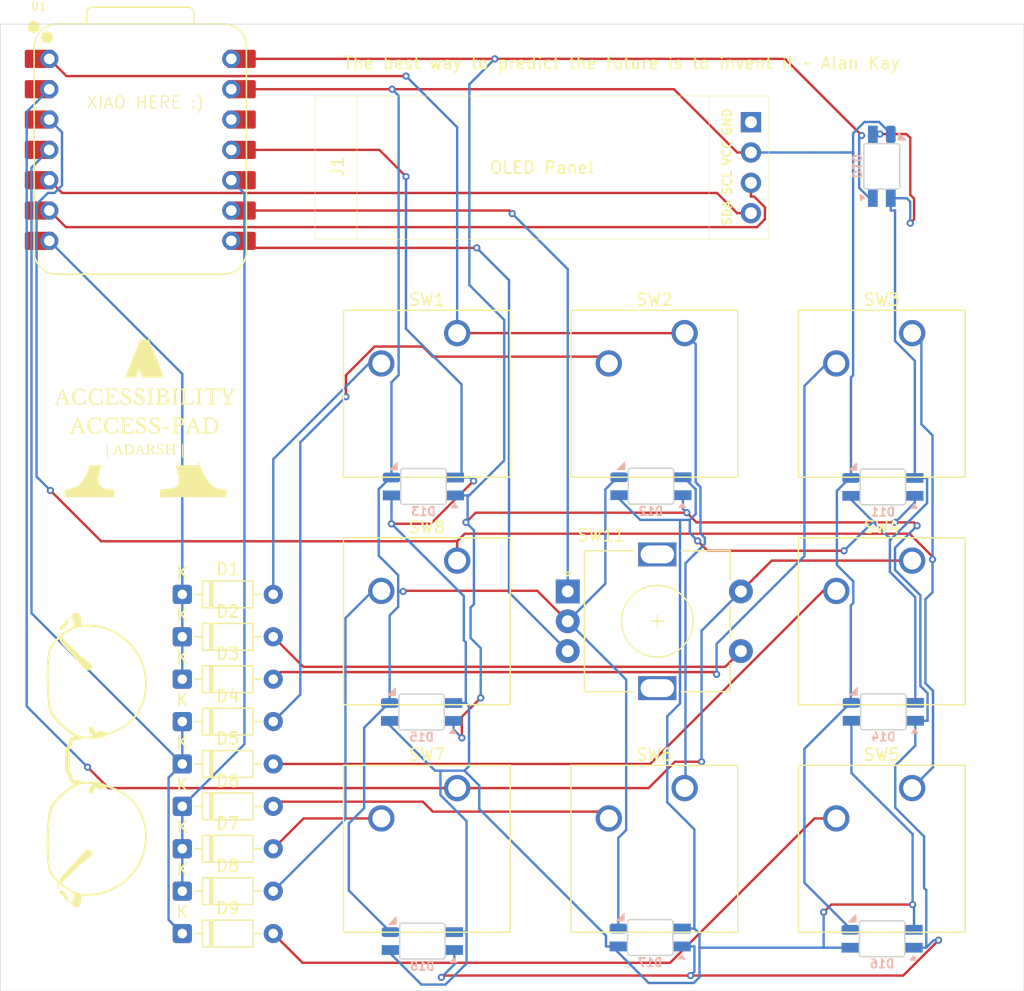
<source format=kicad_pcb>
(kicad_pcb (version 20241229) (generator "pcbnew") (generator_version "9.0")
  (layers (0 "F.Cu" signal) (2 "B.Cu" signal) (13 "F.Paste" user) (15 "B.Paste" user) (5 "F.SilkS" user "F.Silkscreen") (7 "B.SilkS" user "B.Silkscreen") (1 "F.Mask" user) (3 "B.Mask" user) (25 "Edge.Cuts" user))
  (net 0 "")
  (net 1 "+5V")
  (net 2 "GND")
  (net 3 "Net-(D1-A)")
  (net 4 "Row 1")
  (net 5 "EC11SWB")
  (net 6 "Net-(D3-A)")
  (net 7 "Net-(D4-A)")
  (net 8 "unconnected-(U1-3V3-Pad12)")
  (net 9 "Row 0")
  (net 10 "Net-(D5-A)")
  (net 11 "Net-(D6-A)")
  (net 12 "Row 2")
  (net 13 "Net-(D7-A)")
  (net 14 "Net-(D8-A)")
  (net 15 "Net-(D9-A)")
  (net 16 "WS2812B")
  (net 17 "SDA")
  (net 18 "VCC")
  (net 19 "SCL")
  (net 20 "Col 0")
  (net 21 "Col 2")
  (net 22 "Col 1")
  (net 23 "EC11A")
  (net 24 "EC11B")
  (footprint "Diode_THT:D_DO-35_SOD27_P7.62mm_Horizontal" (layer "F.Cu") (at 72.39 108.325)
    (property "Reference" "D8")
    (property "Value" "1N4148WT")
  )
  (footprint "Button_Switch_Keyboard:SW_Cherry_MX_1.00u_PCB" (layer "F.Cu") (at 114.4588 61.595)
    (property "Reference" "SW2")
    (property "Value" "SW_Push_45deg")
  )
  (footprint "Diode_THT:D_DO-35_SOD27_P7.62mm_Horizontal" (layer "F.Cu") (at 72.39 83.475)
    (property "Reference" "D1")
    (property "Value" "1N4148WT")
  )
  (footprint "Rotary_Encoder:glasses" (layer "F.Cu") (at 64.762561 97.360783 90)
    (property "Reference" "G***" (hide yes))
    (property "Value" "LOGO" (hide yes))
  )
  (footprint "Diode_THT:D_DO-35_SOD27_P7.62mm_Horizontal" (layer "F.Cu") (at 72.39 97.675)
    (property "Reference" "D5")
    (property "Value" "1N4148WT")
  )
  (footprint "Diode_THT:D_DO-35_SOD27_P7.62mm_Horizontal" (layer "F.Cu") (at 72.39 90.575)
    (property "Reference" "D3")
    (property "Value" "1N4148WT")
  )
  (footprint "Diode_THT:D_DO-35_SOD27_P7.62mm_Horizontal" (layer "F.Cu") (at 72.39 101.225)
    (property "Reference" "D6")
    (property "Value" "1N4148WT")
  )
  (footprint "Button_Switch_Keyboard:SW_Cherry_MX_1.00u_PCB" (layer "F.Cu") (at 133.5088 61.595)
    (property "Reference" "SW3")
    (property "Value" "SW_Push_45deg")
  )
  (footprint "Button_Switch_Keyboard:SW_Cherry_MX_1.00u_PCB" (layer "F.Cu") (at 95.4088 99.695)
    (property "Reference" "SW7")
    (property "Value" "SW_Push_45deg")
  )
  (footprint "Button_Switch_Keyboard:SW_Cherry_MX_1.00u_PCB" (layer "F.Cu") (at 133.5088 80.645)
    (property "Reference" "SW4")
    (property "Value" "SW_Push_45deg")
  )
  (footprint "Diode_THT:D_DO-35_SOD27_P7.62mm_Horizontal" (layer "F.Cu") (at 72.39 111.875)
    (property "Reference" "D9")
    (property "Value" "1N4148WT")
  )
  (footprint "Diode_THT:D_DO-35_SOD27_P7.62mm_Horizontal" (layer "F.Cu") (at 72.39 87.025)
    (property "Reference" "D2")
    (property "Value" "1N4148WT")
  )
  (footprint "Diode_THT:D_DO-35_SOD27_P7.62mm_Horizontal" (layer "F.Cu") (at 72.39 94.125)
    (property "Reference" "D4")
    (property "Value" "1N4148WT")
  )
  (footprint "Library:SSD1306-0.91-OLED-4pin-128x32" (layer "F.Cu") (at 83.5088 41.74)
    (property "Reference" "J1")
    (property "Value" "OLED_DISPLAY")
  )
  (footprint "OPL:XIAO-RP2040-DIP" (layer "F.Cu") (at 68.8728 46.2495)
    (property "Reference" "U1")
    (property "Value" "XIAO-RP2040-DIP")
  )
  (footprint "Button_Switch_Keyboard:SW_Cherry_MX_1.00u_PCB" (layer "F.Cu") (at 95.4088 61.595)
    (property "Reference" "SW1")
    (property "Value" "SW_Push_45deg")
  )
  (footprint "Rotary_Encoder:betterlogo" (layer "F.Cu") (at 69.05625 66.675)
    (property "Reference" "G***" (hide yes))
    (property "Value" "LOGO" (hide yes))
  )
  (footprint "Button_Switch_Keyboard:SW_Cherry_MX_1.00u_PCB" (layer "F.Cu") (at 114.4588 99.695)
    (property "Reference" "SW6")
    (property "Value" "SW_Push_45deg")
  )
  (footprint "Rotary_Encoder:RotaryEncoder_Alps_EC11E-Switch_Vertical_H20mm" (layer "F.Cu") (at 104.6688 83.225)
    (property "Reference" "SW11")
    (property "Value" "RotaryEncoder_Switch")
  )
  (footprint "Diode_THT:D_DO-35_SOD27_P7.62mm_Horizontal" (layer "F.Cu") (at 72.39 104.775)
    (property "Reference" "D7")
    (property "Value" "1N4148WT")
  )
  (footprint "Button_Switch_Keyboard:SW_Cherry_MX_1.00u_PCB" (layer "F.Cu") (at 95.4088 80.645)
    (property "Reference" "SW8")
    (property "Value" "SW_Push_45deg")
  )
  (footprint "Button_Switch_Keyboard:SW_Cherry_MX_1.00u_PCB" (layer "F.Cu") (at 133.5088 99.695)
    (property "Reference" "SW5")
    (property "Value" "SW_Push_45deg")
  )
  (footprint "Rotary_Encoder:SK6812-MINI-E" (layer "B.Cu") (at 111.6362 74.4151 180)
    (property "Reference" "D12")
    (property "Value" "WS2812B" (hide yes))
    (fp_line (start 1.9 1.3) (end 1.9 -1.3) (stroke (width 0.12)) (layer "Edge.Cuts"))
    (fp_line (start 1.7 -1.5) (end -1.7 -1.5) (stroke (width 0.12)) (layer "Edge.Cuts"))
    (fp_line (start -1.7 1.5) (end 1.7 1.5) (stroke (width 0.12)) (layer "Edge.Cuts"))
    (fp_line (start -1.9 -1.3) (end -1.9 1.3) (stroke (width 0.12)) (layer "Edge.Cuts"))
    (fp_arc (start 1.9 1.3) (mid 1.841421 1.441421) (end 1.7 1.5) (stroke (width 0.12)) (layer "Edge.Cuts"))
    (fp_arc (start 1.7 -1.5) (mid 1.841421 -1.441421) (end 1.9 -1.3) (stroke (width 0.12)) (layer "Edge.Cuts"))
    (fp_arc (start -1.7 1.5) (mid -1.841421 1.441421) (end -1.9 1.3) (stroke (width 0.12)) (layer "Edge.Cuts"))
    (fp_arc (start -1.9 -1.3) (mid -1.841421 -1.441421) (end -1.7 -1.5) (stroke (width 0.12)) (layer "Edge.Cuts"))
  )
  (footprint "Rotary_Encoder:SK6812-MINI-E" (layer "B.Cu") (at 130.9688 47.625 90)
    (property "Reference" "D10")
    (property "Value" "WS2812B" (hide yes))
    (fp_line (start 1.7 -1.5) (end -1.7 -1.5) (stroke (width 0.12)) (layer "Edge.Cuts"))
    (fp_line (start -1.9 -1.3) (end -1.9 1.3) (stroke (width 0.12)) (layer "Edge.Cuts"))
    (fp_line (start 1.9 1.3) (end 1.9 -1.3) (stroke (width 0.12)) (layer "Edge.Cuts"))
    (fp_line (start -1.7 1.5) (end 1.7 1.5) (stroke (width 0.12)) (layer "Edge.Cuts"))
    (fp_arc (start 1.7 -1.5) (mid 1.841421 -1.441421) (end 1.9 -1.3) (stroke (width 0.12)) (layer "Edge.Cuts"))
    (fp_arc (start -1.9 -1.3) (mid -1.841421 -1.441421) (end -1.7 -1.5) (stroke (width 0.12)) (layer "Edge.Cuts"))
    (fp_arc (start 1.9 1.3) (mid 1.841421 1.441421) (end 1.7 1.5) (stroke (width 0.12)) (layer "Edge.Cuts"))
    (fp_arc (start -1.7 1.5) (mid -1.841421 1.441421) (end -1.9 1.3) (stroke (width 0.12)) (layer "Edge.Cuts"))
  )
  (footprint "Rotary_Encoder:SK6812-MINI-E" (layer "B.Cu") (at 131.0979 93.3077 180)
    (property "Reference" "D14")
    (property "Value" "WS2812B" (hide yes))
    (fp_line (start 1.9 1.3) (end 1.9 -1.3) (stroke (width 0.12)) (layer "Edge.Cuts"))
    (fp_line (start 1.7 -1.5) (end -1.7 -1.5) (stroke (width 0.12)) (layer "Edge.Cuts"))
    (fp_line (start -1.7 1.5) (end 1.7 1.5) (stroke (width 0.12)) (layer "Edge.Cuts"))
    (fp_line (start -1.9 -1.3) (end -1.9 1.3) (stroke (width 0.12)) (layer "Edge.Cuts"))
    (fp_arc (start 1.9 1.3) (mid 1.841421 1.441421) (end 1.7 1.5) (stroke (width 0.12)) (layer "Edge.Cuts"))
    (fp_arc (start 1.7 -1.5) (mid 1.841421 -1.441421) (end 1.9 -1.3) (stroke (width 0.12)) (layer "Edge.Cuts"))
    (fp_arc (start -1.7 1.5) (mid -1.841421 1.441421) (end -1.9 1.3) (stroke (width 0.12)) (layer "Edge.Cuts"))
    (fp_arc (start -1.9 -1.3) (mid -1.841421 -1.441421) (end -1.7 -1.5) (stroke (width 0.12)) (layer "Edge.Cuts"))
  )
  (footprint "Rotary_Encoder:SK6812-MINI-E" (layer "B.Cu") (at 92.4298 93.3209 180)
    (property "Reference" "D15")
    (property "Value" "WS2812B" (hide yes))
    (fp_line (start 1.9 1.3) (end 1.9 -1.3) (stroke (width 0.12)) (layer "Edge.Cuts"))
    (fp_line (start 1.7 -1.5) (end -1.7 -1.5) (stroke (width 0.12)) (layer "Edge.Cuts"))
    (fp_line (start -1.7 1.5) (end 1.7 1.5) (stroke (width 0.12)) (layer "Edge.Cuts"))
    (fp_line (start -1.9 -1.3) (end -1.9 1.3) (stroke (width 0.12)) (layer "Edge.Cuts"))
    (fp_arc (start 1.9 1.3) (mid 1.841421 1.441421) (end 1.7 1.5) (stroke (width 0.12)) (layer "Edge.Cuts"))
    (fp_arc (start 1.7 -1.5) (mid 1.841421 -1.441421) (end 1.9 -1.3) (stroke (width 0.12)) (layer "Edge.Cuts"))
    (fp_arc (start -1.7 1.5) (mid -1.841421 1.441421) (end -1.9 1.3) (stroke (width 0.12)) (layer "Edge.Cuts"))
    (fp_arc (start -1.9 -1.3) (mid -1.841421 -1.441421) (end -1.7 -1.5) (stroke (width 0.12)) (layer "Edge.Cuts"))
  )
  (footprint "Rotary_Encoder:SK6812-MINI-E" (layer "B.Cu") (at 92.584 74.4374 180)
    (property "Reference" "D13")
    (property "Value" "WS2812B" (hide yes))
    (fp_line (start 1.9 1.3) (end 1.9 -1.3) (stroke (width 0.12)) (layer "Edge.Cuts"))
    (fp_line (start 1.7 -1.5) (end -1.7 -1.5) (stroke (width 0.12)) (layer "Edge.Cuts"))
    (fp_line (start -1.7 1.5) (end 1.7 1.5) (stroke (width 0.12)) (layer "Edge.Cuts"))
    (fp_line (start -1.9 -1.3) (end -1.9 1.3) (stroke (width 0.12)) (layer "Edge.Cuts"))
    (fp_arc (start 1.9 1.3) (mid 1.841421 1.441421) (end 1.7 1.5) (stroke (width 0.12)) (layer "Edge.Cuts"))
    (fp_arc (start 1.7 -1.5) (mid 1.841421 -1.441421) (end 1.9 -1.3) (stroke (width 0.12)) (layer "Edge.Cuts"))
    (fp_arc (start -1.7 1.5) (mid -1.841421 1.441421) (end -1.9 1.3) (stroke (width 0.12)) (layer "Edge.Cuts"))
    (fp_arc (start -1.9 -1.3) (mid -1.841421 -1.441421) (end -1.7 -1.5) (stroke (width 0.12)) (layer "Edge.Cuts"))
  )
  (footprint "Rotary_Encoder:SK6812-MINI-E" (layer "B.Cu") (at 111.5753 112.2064 180)
    (property "Reference" "D17")
    (property "Value" "WS2812B" (hide yes))
    (fp_line (start 1.9 1.3) (end 1.9 -1.3) (stroke (width 0.12)) (layer "Edge.Cuts"))
    (fp_line (start 1.7 -1.5) (end -1.7 -1.5) (stroke (width 0.12)) (layer "Edge.Cuts"))
    (fp_line (start -1.7 1.5) (end 1.7 1.5) (stroke (width 0.12)) (layer "Edge.Cuts"))
    (fp_line (start -1.9 -1.3) (end -1.9 1.3) (stroke (width 0.12)) (layer "Edge.Cuts"))
    (fp_arc (start 1.9 1.3) (mid 1.841421 1.441421) (end 1.7 1.5) (stroke (width 0.12)) (layer "Edge.Cuts"))
    (fp_arc (start 1.7 -1.5) (mid 1.841421 -1.441421) (end 1.9 -1.3) (stroke (width 0.12)) (layer "Edge.Cuts"))
    (fp_arc (start -1.7 1.5) (mid -1.841421 1.441421) (end -1.9 1.3) (stroke (width 0.12)) (layer "Edge.Cuts"))
    (fp_arc (start -1.9 -1.3) (mid -1.841421 -1.441421) (end -1.7 -1.5) (stroke (width 0.12)) (layer "Edge.Cuts"))
  )
  (footprint "Rotary_Encoder:SK6812-MINI-E" (layer "B.Cu") (at 130.9903 112.3105 180)
    (property "Reference" "D16")
    (property "Value" "WS2812B" (hide yes))
    (fp_line (start 1.9 1.3) (end 1.9 -1.3) (stroke (width 0.12)) (layer "Edge.Cuts"))
    (fp_line (start 1.7 -1.5) (end -1.7 -1.5) (stroke (width 0.12)) (layer "Edge.Cuts"))
    (fp_line (start -1.7 1.5) (end 1.7 1.5) (stroke (width 0.12)) (layer "Edge.Cuts"))
    (fp_line (start -1.9 -1.3) (end -1.9 1.3) (stroke (width 0.12)) (layer "Edge.Cuts"))
    (fp_arc (start 1.9 1.3) (mid 1.841421 1.441421) (end 1.7 1.5) (stroke (width 0.12)) (layer "Edge.Cuts"))
    (fp_arc (start 1.7 -1.5) (mid 1.841421 -1.441421) (end 1.9 -1.3) (stroke (width 0.12)) (layer "Edge.Cuts"))
    (fp_arc (start -1.7 1.5) (mid -1.841421 1.441421) (end -1.9 1.3) (stroke (width 0.12)) (layer "Edge.Cuts"))
    (fp_arc (start -1.9 -1.3) (mid -1.841421 -1.441421) (end -1.7 -1.5) (stroke (width 0.12)) (layer "Edge.Cuts"))
  )
  (footprint "Rotary_Encoder:SK6812-MINI-E" (layer "B.Cu") (at 92.4943 112.5043 180)
    (property "Reference" "D18")
    (property "Value" "WS2812B" (hide yes))
    (fp_line (start 1.9 1.3) (end 1.9 -1.3) (stroke (width 0.12)) (layer "Edge.Cuts"))
    (fp_line (start 1.7 -1.5) (end -1.7 -1.5) (stroke (width 0.12)) (layer "Edge.Cuts"))
    (fp_line (start -1.7 1.5) (end 1.7 1.5) (stroke (width 0.12)) (layer "Edge.Cuts"))
    (fp_line (start -1.9 -1.3) (end -1.9 1.3) (stroke (width 0.12)) (layer "Edge.Cuts"))
    (fp_arc (start 1.9 1.3) (mid 1.841421 1.441421) (end 1.7 1.5) (stroke (width 0.12)) (layer "Edge.Cuts"))
    (fp_arc (start 1.7 -1.5) (mid 1.841421 -1.441421) (end 1.9 -1.3) (stroke (width 0.12)) (layer "Edge.Cuts"))
    (fp_arc (start -1.7 1.5) (mid -1.841421 1.441421) (end -1.9 1.3) (stroke (width 0.12)) (layer "Edge.Cuts"))
    (fp_arc (start -1.9 -1.3) (mid -1.841421 -1.441421) (end -1.7 -1.5) (stroke (width 0.12)) (layer "Edge.Cuts"))
  )
  (footprint "Rotary_Encoder:SK6812-MINI-E" (layer "B.Cu") (at 131.0591 74.4739 180)
    (property "Reference" "D11")
    (property "Value" "WS2812B" (hide yes))
    (fp_line (start 1.9 1.3) (end 1.9 -1.3) (stroke (width 0.12)) (layer "Edge.Cuts"))
    (fp_line (start 1.7 -1.5) (end -1.7 -1.5) (stroke (width 0.12)) (layer "Edge.Cuts"))
    (fp_line (start -1.7 1.5) (end 1.7 1.5) (stroke (width 0.12)) (layer "Edge.Cuts"))
    (fp_line (start -1.9 -1.3) (end -1.9 1.3) (stroke (width 0.12)) (layer "Edge.Cuts"))
    (fp_arc (start 1.9 1.3) (mid 1.841421 1.441421) (end 1.7 1.5) (stroke (width 0.12)) (layer "Edge.Cuts"))
    (fp_arc (start 1.7 -1.5) (mid 1.841421 -1.441421) (end 1.9 -1.3) (stroke (width 0.12)) (layer "Edge.Cuts"))
    (fp_arc (start -1.7 1.5) (mid -1.841421 1.441421) (end -1.9 1.3) (stroke (width 0.12)) (layer "Edge.Cuts"))
    (fp_arc (start -1.9 -1.3) (mid -1.841421 -1.441421) (end -1.7 -1.5) (stroke (width 0.12)) (layer "Edge.Cuts"))
  )
  (gr_rect (start 57.15 35.71875) (end 142.875 116.68125) (stroke (width 0.05)) (fill no) (layer "Edge.Cuts"))
  (gr_text "The best way to predict the future is to invent it ~ Alan Kay" (at 85.798527 39.569173 0) (layer "F.SilkS") (effects (font (size 1 1)) (justify left bottom)))
  (gr_text "XIAO HERE :)" (at 64.29375 42.8625 0) (layer "F.SilkS") (effects (font (size 1 1) (thickness 0.1)) (justify left bottom)))
  (segment (start 129.2641 45.0225) (end 129.2625 45.0225) (width 0.2) (layer "F.Cu") (net 1))
  (segment (start 114.9495 115.3938) (end 94.2415 115.3938) (width 0.2) (layer "F.Cu") (net 1))
  (segment (start 129.2657 45.0241) (end 129.2657 45.0257) (width 0.2) (layer "F.Cu") (net 1))
  (segment (start 129.2689 45.0337) (end 129.2689 45.0353) (width 0.2) (layer "F.Cu") (net 1))
  (segment (start 129.2721 45.0481) (end 129.2721 45.0465) (width 0.2) (layer "F.Cu") (net 1))
  (segment (start 129.2673 45.0321) (end 129.2673 45.0337) (width 0.2) (layer "F.Cu") (net 1))
  (segment (start 94.2415 115.3938) (end 94.089 115.5463) (width 0.2) (layer "F.Cu") (net 1))
  (segment (start 129.2705 45.0353) (end 129.2705 45.0369) (width 0.2) (layer "F.Cu") (net 1))
  (segment (start 129.2657 45.0257) (end 129.2657 45.0273) (width 0.2) (layer "F.Cu") (net 1))
  (segment (start 129.2657 45.0241) (end 129.2657 45.0257) (width 0.2) (layer "F.Cu") (net 1))
  (segment (start 129.2737 45.0465) (end 129.2721 45.0465) (width 0.2) (layer "F.Cu") (net 1))
  (segment (start 129.2689 45.0353) (end 129.2705 45.0353) (width 0.2) (layer "F.Cu") (net 1))
  (segment (start 115.4499 77.4458) (end 132.0784 77.4458) (width 0.2) (layer "F.Cu") (net 1))
  (segment (start 129.2721 45.0481) (end 129.2721 45.0497) (width 0.2) (layer "F.Cu") (net 1))
  (segment (start 129.2657 45.0289) (end 129.2673 45.0289) (width 0.2) (layer "F.Cu") (net 1))
  (segment (start 129.2641 45.0241) (end 129.2641 45.0257) (width 0.2) (layer "F.Cu") (net 1))
  (segment (start 129.2705 45.0353) (end 129.2721 45.0353) (width 0.2) (layer "F.Cu") (net 1))
  (segment (start 129.2705 45.0385) (end 129.2721 45.0385) (width 0.2) (layer "F.Cu") (net 1))
  (segment (start 129.2689 45.0353) (end 129.2689 45.0337) (width 0.2) (layer "F.Cu") (net 1))
  (segment (start 129.2625 45.0225) (end 122.8695 38.6295) (width 0.2) (layer "F.Cu") (net 1))
  (segment (start 129.2673 45.0337) (end 129.2673 45.0321) (width 0.2) (layer "F.Cu") (net 1))
  (segment (start 95.8003 93.7235) (end 95.8003 95.4855) (width 0.2) (layer "F.Cu") (net 1))
  (segment (start 94.089 115.5463) (end 94.0875 115.5463) (width 0.2) (layer "F.Cu") (net 1))
  (segment (start 129.2641 45.0257) (end 129.2641 45.0241) (width 0.2) (layer "F.Cu") (net 1))
  (segment (start 129.2673 45.0289) (end 129.2673 45.0305) (width 0.2) (layer "F.Cu") (net 1))
  (segment (start 129.2721 45.0385) (end 129.2721 45.0401) (width 0.2) (layer "F.Cu") (net 1))
  (segment (start 129.2689 45.0369) (end 129.2689 45.0353) (width 0.2) (layer "F.Cu") (net 1))
  (segment (start 129.2673 45.0321) (end 129.2689 45.0321) (width 0.2) (layer "F.Cu") (net 1))
  (segment (start 129.2721 45.0433) (end 129.2721 45.0449) (width 0.2) (layer "F.Cu") (net 1))
  (segment (start 129.2641 45.0241) (end 129.2657 45.0241) (width 0.2) (layer "F.Cu") (net 1))
  (segment (start 135.7207 112.4329) (end 132.7598 115.3938) (width 0.2) (layer "F.Cu") (net 1))
  (segment (start 129.2721 45.0353) (end 129.2705 45.0353) (width 0.2) (layer "F.Cu") (net 1))
  (segment (start 129.2657 45.0273) (end 129.2657 45.0257) (width 0.2) (layer "F.Cu") (net 1))
  (segment (start 122.8695 38.6295) (end 98.5576 38.6295) (width 0.2) (layer "F.Cu") (net 1))
  (segment (start 129.2641 45.0225) (end 129.2641 45.0241) (width 0.2) (layer "F.Cu") (net 1))
  (segment (start 76.4928 38.6295) (end 77.3278 38.6295) (width 0.2) (layer "F.Cu") (net 1))
  (segment (start 129.2721 45.0385) (end 129.2705 45.0385) (width 0.2) (layer "F.Cu") (net 1))
  (segment (start 129.2657 45.0289) (end 129.2673 45.0289) (width 0.2) (layer "F.Cu") (net 1))
  (segment (start 129.2721 45.0449) (end 129.2721 45.0433) (width 0.2) (layer "F.Cu") (net 1))
  (segment (start 129.2721 45.0401) (end 129.2721 45.0417) (width 0.2) (layer "F.Cu") (net 1))
  (segment (start 129.2657 45.0257) (end 129.2657 45.0241) (width 0.2) (layer "F.Cu") (net 1))
  (segment (start 129.2657 45.0273) (end 129.2657 45.0289) (width 0.2) (layer "F.Cu") (net 1))
  (segment (start 129.2689 45.0337) (end 129.2689 45.0321) (width 0.2) (layer "F.Cu") (net 1))
  (segment (start 129.2673 45.0321) (end 129.2689 45.0321) (width 0.2) (layer "F.Cu") (net 1))
  (segment (start 129.2689 45.0321) (end 129.2689 45.0337) (width 0.2) (layer "F.Cu") (net 1))
  (segment (start 129.2625 45.0225) (end 129.2641 45.0225) (width 0.2) (layer "F.Cu") (net 1))
  (segment (start 129.2673 45.0289) (end 129.2673 45.0305) (width 0.2) (layer "F.Cu") (net 1))
  (segment (start 96.9558 76.6346) (end 114.6387 76.6346) (width 0.2) (layer "F.Cu") (net 1))
  (segment (start 129.2673 45.0289) (end 129.2657 45.0289) (width 0.2) (layer "F.Cu") (net 1))
  (segment (start 94.0875 115.5462) (end 94.0875 115.5463) (width 0.2) (layer "F.Cu") (net 1))
  (segment (start 129.2721 45.0465) (end 129.2737 45.0465) (width 0.2) (layer "F.Cu") (net 1))
  (segment (start 129.2705 45.0353) (end 129.2705 45.0369) (width 0.2) (layer "F.Cu") (net 1))
  (segment (start 129.2673 45.0305) (end 129.2689 45.0305) (width 0.2) (layer "F.Cu") (net 1))
  (segment (start 129.2657 45.0289) (end 129.2657 45.0273) (width 0.2) (layer "F.Cu") (net 1))
  (segment (start 129.2705 45.0385) (end 129.2705 45.0369) (width 0.2) (layer "F.Cu") (net 1))
  (segment (start 129.2705 45.0369) (end 129.2705 45.0385) (width 0.2) (layer "F.Cu") (net 1))
  (segment (start 133.6457 77.4458) (end 133.9241 77.7242) (width 0.2) (layer "F.Cu") (net 1))
  (segment (start 129.2673 45.0305) (end 129.2673 45.0289) (width 0.2) (layer "F.Cu") (net 1))
  (segment (start 129.2673 45.0321) (end 129.2673 45.0305) (width 0.2) (layer "F.Cu") (net 1))
  (segment (start 129.2657 45.0273) (end 129.2673 45.0273) (width 0.2) (layer "F.Cu") (net 1))
  (segment (start 129.2657 45.0241) (end 129.2673 45.0241) (width 0.2) (layer "F.Cu") (net 1))
  (segment (start 96.1446 77.4458) (end 96.9558 76.6346) (width 0.2) (layer "F.Cu") (net 1))
  (segment (start 129.2689 45.0353) (end 129.2689 45.0369) (width 0.2) (layer "F.Cu") (net 1))
  (segment (start 129.2721 45.0401) (end 129.2737 45.0401) (width 0.2) (layer "F.Cu") (net 1))
  (segment (start 129.2721 45.0497) (end 129.2721 45.0481) (width 0.2) (layer "F.Cu") (net 1))
  (segment (start 129.2657 45.0257) (end 129.2657 45.0273) (width 0.2) (layer "F.Cu") (net 1))
  (segment (start 129.2705 45.0401) (end 129.2705 45.0385) (width 0.2) (layer "F.Cu") (net 1))
  (segment (start 129.2721 45.0481) (end 129.2737 45.0481) (width 0.2) (layer "F.Cu") (net 1))
  (segment (start 129.2641 45.0241) (end 129.2641 45.0225) (width 0.2) (layer "F.Cu") (net 1))
  (segment (start 129.2673 45.0273) (end 129.2657 45.0273) (width 0.2) (layer "F.Cu") (net 1))
  (segment (start 129.2721 45.0385) (end 129.2721 45.0401) (width 0.2) (layer "F.Cu") (net 1))
  (segment (start 129.2721 45.0465) (end 129.2721 45.0481) (width 0.2) (layer "F.Cu") (net 1))
  (segment (start 129.2689 45.0337) (end 129.2705 45.0337) (width 0.2) (layer "F.Cu") (net 1))
  (segment (start 132.7598 115.3938) (end 114.9495 115.3938) (width 0.2) (layer "F.Cu") (net 1))
  (segment (start 129.2705 45.0385) (end 129.2721 45.0385) (width 0.2) (layer "F.Cu") (net 1))
  (segment (start 129.2721 45.0417) (end 129.2721 45.0433) (width 0.2) (layer "F.Cu") (net 1))
  (segment (start 129.2737 45.0481) (end 129.2721 45.0481) (width 0.2) (layer "F.Cu") (net 1))
  (segment (start 129.2625 45.0225) (end 129.2641 45.0225) (width 0.2) (layer "F.Cu") (net 1))
  (segment (start 129.2705 45.0353) (end 129.2689 45.0353) (width 0.2) (layer "F.Cu") (net 1))
  (segment (start 129.2641 45.0225) (end 129.2641 45.0241) (width 0.2) (layer "F.Cu") (net 1))
  (segment (start 129.2705 45.0369) (end 129.2705 45.0353) (width 0.2) (layer "F.Cu") (net 1))
  (segment (start 129.2721 45.0465) (end 129.2721 45.0449) (width 0.2) (layer "F.Cu") (net 1))
  (segment (start 129.2657 45.0289) (end 129.2657 45.0305) (width 0.2) (layer "F.Cu") (net 1))
  (segment (start 114.6387 76.6346) (end 115.4499 77.4458) (width 0.2) (layer "F.Cu") (net 1))
  (segment (start 129.2721 45.0433) (end 129.2721 45.0417) (width 0.2) (layer "F.Cu") (net 1))
  (segment (start 132.0784 77.4458) (end 133.6457 77.4458) (width 0.2) (layer "F.Cu") (net 1))
  (segment (start 129.2689 45.0321) (end 129.2689 45.0337) (width 0.2) (layer "F.Cu") (net 1))
  (segment (start 129.2673 45.0257) (end 129.2657 45.0257) (width 0.2) (layer "F.Cu") (net 1))
  (segment (start 97.3818 92.142) (end 95.8003 93.7235) (width 0.2) (layer "F.Cu") (net 1))
  (segment (start 129.2689 45.0337) (end 129.2689 45.0353) (width 0.2) (layer "F.Cu") (net 1))
  (segment (start 129.2705 45.0337) (end 129.2689 45.0337) (width 0.2) (layer "F.Cu") (net 1))
  (segment (start 129.2721 45.0449) (end 129.2721 45.0465) (width 0.2) (layer "F.Cu") (net 1))
  (segment (start 129.2673 45.0305) (end 129.2673 45.0321) (width 0.2) (layer "F.Cu") (net 1))
  (segment (start 129.2721 45.0417) (end 129.2721 45.0433) (width 0.2) (layer "F.Cu") (net 1))
  (segment (start 129.2673 45.0241) (end 129.2657 45.0241) (width 0.2) (layer "F.Cu") (net 1))
  (segment (start 129.2689 45.0305) (end 129.2673 45.0305) (width 0.2) (layer "F.Cu") (net 1))
  (segment (start 129.2673 45.0305) (end 129.2673 45.0321) (width 0.2) (layer "F.Cu") (net 1))
  (segment (start 129.2689 45.0321) (end 129.2673 45.0321) (width 0.2) (layer "F.Cu") (net 1))
  (segment (start 129.2721 45.0433) (end 129.2721 45.0449) (width 0.2) (layer "F.Cu") (net 1))
  (segment (start 129.2721 45.0401) (end 129.2721 45.0417) (width 0.2) (layer "F.Cu") (net 1))
  (segment (start 77.3278 38.6295) (end 98.5576 38.6295) (width 0.2) (layer "F.Cu") (net 1))
  (segment (start 129.2657 45.0305) (end 129.2657 45.0289) (width 0.2) (layer "F.Cu") (net 1))
  (segment (start 129.2721 45.0401) (end 129.2721 45.0385) (width 0.2) (layer "F.Cu") (net 1))
  (segment (start 129.2737 45.0401) (end 129.2721 45.0401) (width 0.2) (layer "F.Cu") (net 1))
  (segment (start 129.2705 45.0369) (end 129.2705 45.0385) (width 0.2) (layer "F.Cu") (net 1))
  (segment (start 94.0875 115.5463) (end 94.0875 115.5462) (width 0.2) (layer "F.Cu") (net 1))
  (segment (start 129.2721 45.0465) (end 129.2721 45.0481) (width 0.2) (layer "F.Cu") (net 1))
  (segment (start 129.2705 45.0385) (end 129.2705 45.0401) (width 0.2) (layer "F.Cu") (net 1))
  (segment (start 129.2657 45.0257) (end 129.2673 45.0257) (width 0.2) (layer "F.Cu") (net 1))
  (segment (start 129.2721 45.0417) (end 129.2721 45.0401) (width 0.2) (layer "F.Cu") (net 1))
  (segment (start 129.2689 45.0353) (end 129.2705 45.0353) (width 0.2) (layer "F.Cu") (net 1))
  (segment (start 129.2657 45.0273) (end 129.2657 45.0289) (width 0.2) (layer "F.Cu") (net 1))
  (segment (start 129.2721 45.0449) (end 129.2721 45.0465) (width 0.2) (layer "F.Cu") (net 1))
  (via (at 96.1446 77.4458) (size 0.6) (drill 0.3) (layers "F.Cu" "B.Cu") (net 1))
  (via (at 129.2721 45.0481) (size 0.6) (drill 0.3) (layers "F.Cu" "B.Cu") (net 1))
  (via (at 132.0784 77.4458) (size 0.6) (drill 0.3) (layers "F.Cu" "B.Cu") (net 1))
  (via (at 98.5576 38.6295) (size 0.6) (drill 0.3) (layers "F.Cu" "B.Cu") (net 1))
  (via (at 94.0875 115.5463) (size 0.6) (drill 0.3) (layers "F.Cu" "B.Cu") (net 1))
  (via (at 133.9241 77.7242) (size 0.6) (drill 0.3) (layers "F.Cu" "B.Cu") (net 1))
  (via (at 135.7207 112.4329) (size 0.6) (drill 0.3) (layers "F.Cu" "B.Cu") (net 1))
  (via (at 97.3818 92.142) (size 0.6) (drill 0.3) (layers "F.Cu" "B.Cu") (net 1))
  (via (at 114.6387 76.6346) (size 0.6) (drill 0.3) (layers "F.Cu" "B.Cu") (net 1))
  (via (at 114.9495 115.3938) (size 0.6) (drill 0.3) (layers "F.Cu" "B.Cu") (net 1))
  (via (at 95.8003 95.4855) (size 0.6) (drill 0.3) (layers "F.Cu" "B.Cu") (net 1))
  (segment (start 129.2721 45.0497) (end 129.2721 45.0481) (width 0.2) (layer "B.Cu") (net 1))
  (segment (start 129.2721 45.0385) (end 129.2721 45.0401) (width 0.2) (layer "B.Cu") (net 1))
  (segment (start 135.3196 112.4329) (end 134.692 113.0605) (width 0.2) (layer "B.Cu") (net 1))
  (segment (start 99.3505 60.4853) (end 96.4278 57.5626) (width 0.2) (layer "B.Cu") (net 1))
  (segment (start 129.2689 45.0337) (end 129.2689 45.0353) (width 0.2) (layer "B.Cu") (net 1))
  (segment (start 129.2705 45.0353) (end 129.2721 45.0353) (width 0.2) (layer "B.Cu") (net 1))
  (segment (start 133.7341 75.2239) (end 133.7341 75.7901) (width 0.2) (layer "B.Cu") (net 1))
  (segment (start 134.1967 83.5486) (end 134.1967 91.1467) (width 0.2) (layer "B.Cu") (net 1))
  (segment (start 134.7996 91.7496) (end 134.7996 94.0577) (width 0.2) (layer "B.Cu") (net 1))
  (segment (start 97.3818 87.9753) (end 97.3818 92.142) (width 0.2) (layer "B.Cu") (net 1))
  (segment (start 129.2721 45.0481) (end 129.2737 45.0481) (width 0.2) (layer "B.Cu") (net 1))
  (segment (start 134.5086 108.0661) (end 134.5086 103.7503) (width 0.2) (layer "B.Cu") (net 1))
  (segment (start 96.1446 77.4458) (end 96.8124 78.1136) (width 0.2) (layer "B.Cu") (net 1))
  (segment (start 129.0747 45.2103) (end 129.0747 49.4378) (width 0.2) (layer "B.Cu") (net 1))
  (segment (start 129.2657 45.0273) (end 129.2657 45.0257) (width 0.2) (layer "B.Cu") (net 1))
  (segment (start 129.2657 45.0241) (end 129.2657 45.0257) (width 0.2) (layer "B.Cu") (net 1))
  (segment (start 129.2721 45.0449) (end 129.2721 45.0433) (width 0.2) (layer "B.Cu") (net 1))
  (segment (start 115.277 112.9564) (end 115.277 115.0663) (width 0.2) (layer "B.Cu") (net 1))
  (segment (start 129.2721 45.0465) (end 129.2721 45.0481) (width 0.2) (layer "B.Cu") (net 1))
  (segment (start 129.2625 45.0225) (end 129.0747 45.2103) (width 0.2) (layer "B.Cu") (net 1))
  (segment (start 129.2721 45.0417) (end 129.2721 45.0433) (width 0.2) (layer "B.Cu") (net 1))
  (segment (start 134.692 113.0605) (end 134.692 108.2495) (width 0.2) (layer "B.Cu") (net 1))
  (segment (start 129.2689 45.0321) (end 129.2673 45.0321) (width 0.2) (layer "B.Cu") (net 1))
  (segment (start 129.2705 45.0401) (end 129.2705 45.0385) (width 0.2) (layer "B.Cu") (net 1))
  (segment (start 132.0933 101.335) (end 132.0933 97.817) (width 0.2) (layer "B.Cu") (net 1))
  (segment (start 129.2657 45.0257) (end 129.2673 45.0257) (width 0.2) (layer "B.Cu") (net 1))
  (segment (start 94.0875 115.5462) (end 94.0875 115.5463) (width 0.2) (layer "B.Cu") (net 1))
  (segment (start 129.2673 45.0337) (end 129.2673 45.0321) (width 0.2) (layer "B.Cu") (net 1))
  (segment (start 129.2673 45.0289) (end 129.2657 45.0289) (width 0.2) (layer "B.Cu") (net 1))
  (segment (start 129.2721 45.0401) (end 129.2721 45.0417) (width 0.2) (layer "B.Cu") (net 1))
  (segment (start 129.2641 45.0225) (end 129.2641 45.0241) (width 0.2) (layer "B.Cu") (net 1))
  (segment (start 129.2689 45.0337) (end 129.2705 45.0337) (width 0.2) (layer "B.Cu") (net 1))
  (segment (start 129.2641 45.0225) (end 129.2641 45.0241) (width 0.2) (layer "B.Cu") (net 1))
  (segment (start 95.8003 95.4855) (end 95.1048 94.79) (width 0.2) (layer "B.Cu") (net 1))
  (segment (start 129.2689 45.0337) (end 129.2689 45.0321) (width 0.2) (layer "B.Cu") (net 1))
  (segment (start 129.2705 45.0369) (end 129.2705 45.0385) (width 0.2) (layer "B.Cu") (net 1))
  (segment (start 129.2721 45.0465) (end 129.2721 45.0481) (width 0.2) (layer "B.Cu") (net 1))
  (segment (start 129.2721 45.0481) (end 129.2721 45.0465) (width 0.2) (layer "B.Cu") (net 1))
  (segment (start 129.2705 45.0385) (end 129.2705 45.0369) (width 0.2) (layer "B.Cu") (net 1))
  (segment (start 129.2721 45.0433) (end 129.2721 45.0449) (width 0.2) (layer "B.Cu") (net 1))
  (segment (start 129.2625 45.0225) (end 129.2641 45.0225) (width 0.2) (layer "B.Cu") (net 1))
  (segment (start 129.2689 45.0337) (end 129.2689 45.0353) (width 0.2) (layer "B.Cu") (net 1))
  (segment (start 129.2673 45.0321) (end 129.2673 45.0337) (width 0.2) (layer "B.Cu") (net 1))
  (segment (start 129.2673 45.0321) (end 129.2689 45.0321) (width 0.2) (layer "B.Cu") (net 1))
  (segment (start 129.2721 45.0417) (end 129.2721 45.0433) (width 0.2) (layer "B.Cu") (net 1))
  (segment (start 129.2657 45.0305) (end 129.2657 45.0289) (width 0.2) (layer "B.Cu") (net 1))
  (segment (start 129.2657 45.0257) (end 129.2657 45.0273) (width 0.2) (layer "B.Cu") (net 1))
  (segment (start 133.7729 96.1374) (end 133.7729 94.0577) (width 0.2) (layer "B.Cu") (net 1))
  (segment (start 129.2689 45.0321) (end 129.2689 45.0337) (width 0.2) (layer "B.Cu") (net 1))
  (segment (start 96.4278 40.7593) (end 98.5576 38.6295) (width 0.2) (layer "B.Cu") (net 1))
  (segment (start 96.4278 57.5626) (end 96.4278 40.7593) (width 0.2) (layer "B.Cu") (net 1))
  (segment (start 129.2737 45.0401) (end 129.2721 45.0401) (width 0.2) (layer "B.Cu") (net 1))
  (segment (start 129.2721 45.0465) (end 129.2737 45.0465) (width 0.2) (layer "B.Cu") (net 1))
  (segment (start 129.0747 49.4378) (end 129.9369 50.3) (width 0.2) (layer "B.Cu") (net 1))
  (segment (start 129.2673 45.0321) (end 129.2673 45.0305) (width 0.2) (layer "B.Cu") (net 1))
  (segment (start 129.2689 45.0353) (end 129.2705 45.0353) (width 0.2) (layer "B.Cu") (net 1))
  (segment (start 96.2857 75.1874) (end 96.4183 75.1874) (width 0.2) (layer "B.Cu") (net 1))
  (segment (start 129.2705 45.0369) (end 129.2705 45.0353) (width 0.2) (layer "B.Cu") (net 1))
  (segment (start 94.0875 115.5462) (end 95.1693 114.4644) (width 0.2) (layer "B.Cu") (net 1))
  (segment (start 129.2721 45.0433) (end 129.2721 45.0417) (width 0.2) (layer "B.Cu") (net 1))
  (segment (start 129.2657 45.0289) (end 129.2657 45.0305) (width 0.2) (layer "B.Cu") (net 1))
  (segment (start 129.2673 45.0257) (end 129.2657 45.0257) (width 0.2) (layer "B.Cu") (net 1))
  (segment (start 133.7341 75.7901) (end 132.0784 77.4458) (width 0.2) (layer "B.Cu") (net 1))
  (segment (start 114.6387 76.6346) (end 114.3112 76.3071) (width 0.2) (layer "B.Cu") (net 1))
  (segment (start 129.2705 45.0385) (end 129.2721 45.0385) (width 0.2) (layer "B.Cu") (net 1))
  (segment (start 129.2641 45.0225) (end 129.2625 45.0225) (width 0.2) (layer "B.Cu") (net 1))
  (segment (start 135.7207 112.4329) (end 135.3196 112.4329) (width 0.2) (layer "B.Cu") (net 1))
  (segment (start 134.692 108.2495) (end 134.5086 108.0661) (width 0.2) (layer "B.Cu") (net 1))
  (segment (start 129.2721 45.0385) (end 129.2721 45.0401) (width 0.2) (layer "B.Cu") (net 1))
  (segment (start 132.0767 79.5716) (end 132.0767 81.4286) (width 0.2) (layer "B.Cu") (net 1))
  (segment (start 129.2737 45.0465) (end 129.2721 45.0465) (width 0.2) (layer "B.Cu") (net 1))
  (segment (start 129.2657 45.0241) (end 129.2657 45.0257) (width 0.2) (layer "B.Cu") (net 1))
  (segment (start 95.1048 94.79) (end 95.1048 94.0709) (width 0.2) (layer "B.Cu") (net 1))
  (segment (start 133.9241 77.7242) (end 132.0767 79.5716) (width 0.2) (layer "B.Cu") (net 1))
  (segment (start 129.2657 45.0289) (end 129.2673 45.0289) (width 0.2) (layer "B.Cu") (net 1))
  (segment (start 129.2689 45.0353) (end 129.2705 45.0353) (width 0.2) (layer "B.Cu") (net 1))
  (segment (start 129.2673 45.0289) (end 129.2673 45.0305) (width 0.2) (layer "B.Cu") (net 1))
  (segment (start 129.2721 45.0433) (end 129.2721 45.0449) (width 0.2) (layer "B.Cu") (net 1))
  (segment (start 129.2689 45.0321) (end 129.2689 45.0337) (width 0.2) (layer "B.Cu") (net 1))
  (segment (start 129.2705 45.0385) (end 129.2705 45.0401) (width 0.2) (layer "B.Cu") (net 1))
  (segment (start 129.2625 45.0225) (end 129.2641 45.0225) (width 0.2) (layer "B.Cu") (net 1))
  (segment (start 129.2705 45.0337) (end 129.2689 45.0337) (width 0.2) (layer "B.Cu") (net 1))
  (segment (start 129.2721 45.0353) (end 129.2705 45.0353) (width 0.2) (layer "B.Cu") (net 1))
  (segment (start 132.0767 81.4286) (end 134.1967 83.5486) (width 0.2) (layer "B.Cu") (net 1))
  (segment (start 129.2673 45.0321) (end 129.2689 45.0321) (width 0.2) (layer "B.Cu") (net 1))
  (segment (start 129.2657 45.0289) (end 129.2657 45.0273) (width 0.2) (layer "B.Cu") (net 1))
  (segment (start 129.2737 45.0481) (end 129.2721 45.0481) (width 0.2) (layer "B.Cu") (net 1))
  (segment (start 129.2721 45.0465) (end 129.2721 45.0449) (width 0.2) (layer "B.Cu") (net 1))
  (segment (start 96.5317 84.5721) (end 96.5317 87.1252) (width 0.2) (layer "B.Cu") (net 1))
  (segment (start 129.2657 45.0273) (end 129.2657 45.0289) (width 0.2) (layer "B.Cu") (net 1))
  (segment (start 129.2657 45.0257) (end 129.2657 45.0273) (width 0.2) (layer "B.Cu") (net 1))
  (segment (start 129.2689 45.0305) (end 129.2673 45.0305) (width 0.2) (layer "B.Cu") (net 1))
  (segment (start 129.2705 45.0353) (end 129.2705 45.0369) (width 0.2) (layer "B.Cu") (net 1))
  (segment (start 96.8124 84.2914) (end 96.5317 84.5721) (width 0.2) (layer "B.Cu") (net 1))
  (segment (start 129.2657 45.0257) (end 129.2657 45.0241) (width 0.2) (layer "B.Cu") (net 1))
  (segment (start 114.3112 76.3071) (end 114.3112 75.1651) (width 0.2) (layer "B.Cu") (net 1))
  (segment (start 129.2657 45.0273) (end 129.2657 45.0289) (width 0.2) (layer "B.Cu") (net 1))
  (segment (start 129.2657 45.0241) (end 129.2673 45.0241) (width 0.2) (layer "B.Cu") (net 1))
  (segment (start 129.2673 45.0305) (end 129.2673 45.0321) (width 0.2) (layer "B.Cu") (net 1))
  (segment (start 129.2641 45.0257) (end 129.2641 45.0241) (width 0.2) (layer "B.Cu") (net 1))
  (segment (start 96.8124 78.1136) (end 96.8124 84.2914) (width 0.2) (layer "B.Cu") (net 1))
  (segment (start 129.2721 45.0449) (end 129.2721 45.0465) (width 0.2) (layer "B.Cu") (net 1))
  (segment (start 129.2705 45.0369) (end 129.2705 45.0385) (width 0.2) (layer "B.Cu") (net 1))
  (segment (start 134.5086 103.7503) (end 132.0933 101.335) (width 0.2) (layer "B.Cu") (net 1))
  (segment (start 129.2721 45.0401) (end 129.2721 45.0385) (width 0.2) (layer "B.Cu") (net 1))
  (segment (start 129.2705 45.0353) (end 129.2705 45.0369) (width 0.2) (layer "B.Cu") (net 1))
  (segment (start 129.2721 45.0417) (end 129.2721 45.0401) (width 0.2) (layer "B.Cu") (net 1))
  (segment (start 129.2721 45.0401) (end 129.2737 45.0401) (width 0.2) (layer "B.Cu") (net 1))
  (segment (start 96.4183 75.1874) (end 99.3505 72.2552) (width 0.2) (layer "B.Cu") (net 1))
  (segment (start 114.2503 112.9564) (end 115.277 112.9564) (width 0.2) (layer "B.Cu") (net 1))
  (segment (start 129.2721 45.0385) (end 129.2705 45.0385) (width 0.2) (layer "B.Cu") (net 1))
  (segment (start 115.277 115.0663) (end 114.9495 115.3938) (width 0.2) (layer "B.Cu") (net 1))
  (segment (start 129.2641 45.0241) (end 129.2641 45.0225) (width 0.2) (layer "B.Cu") (net 1))
  (segment (start 99.3505 72.2552) (end 99.3505 60.4853) (width 0.2) (layer "B.Cu") (net 1))
  (segment (start 129.2657 45.0289) (end 129.2673 45.0289) (width 0.2) (layer "B.Cu") (net 1))
  (segment (start 133.6653 113.0605) (end 134.692 113.0605) (width 0.2) (layer "B.Cu") (net 1))
  (segment (start 129.2721 45.0449) (end 129.2721 45.0465) (width 0.2) (layer "B.Cu") (net 1))
  (segment (start 95.1693 114.4644) (end 95.1693 113.2543) (width 0.2) (layer "B.Cu") (net 1))
  (segment (start 129.2657 45.0273) (end 129.2673 45.0273) (width 0.2) (layer "B.Cu") (net 1))
  (segment (start 133.7729 94.0577) (end 134.7996 94.0577) (width 0.2) (layer "B.Cu") (net 1))
  (segment (start 129.2689 45.0353) (end 129.2689 45.0369) (width 0.2) (layer "B.Cu") (net 1))
  (segment (start 129.2689 45.0369) (end 129.2689 45.0353) (width 0.2) (layer "B.Cu") (net 1))
  (segment (start 129.2641 45.0241) (end 129.2657 45.0241) (width 0.2) (layer "B.Cu") (net 1))
  (segment (start 129.9369 50.3) (end 130.2188 50.3) (width 0.2) (layer "B.Cu") (net 1))
  (segment (start 96.2857 77.3047) (end 96.1446 77.4458) (width 0.2) (layer "B.Cu") (net 1))
  (segment (start 96.2857 75.1874) (end 96.2857 77.3047) (width 0.2) (layer "B.Cu") (net 1))
  (segment (start 129.2705 45.0385) (end 129.2721 45.0385) (width 0.2) (layer "B.Cu") (net 1))
  (segment (start 132.0933 97.817) (end 133.7729 96.1374) (width 0.2) (layer "B.Cu") (net 1))
  (segment (start 129.2689 45.0353) (end 129.2689 45.0337) (width 0.2) (layer "B.Cu") (net 1))
  (segment (start 129.2705 45.0353) (end 129.2689 45.0353) (width 0.2) (layer "B.Cu") (net 1))
  (segment (start 129.2673 45.0289) (end 129.2673 45.0305) (width 0.2) (layer "B.Cu") (net 1))
  (segment (start 129.2673 45.0305) (end 129.2673 45.0289) (width 0.2) (layer "B.Cu") (net 1))
  (segment (start 129.2673 45.0305) (end 129.2673 45.0321) (width 0.2) (layer "B.Cu") (net 1))
  (segment (start 129.2673 45.0273) (end 129.2657 45.0273) (width 0.2) (layer "B.Cu") (net 1))
  (segment (start 96.5317 87.1252) (end 97.3818 87.9753) (width 0.2) (layer "B.Cu") (net 1))
  (segment (start 129.2673 45.0241) (end 129.2657 45.0241) (width 0.2) (layer "B.Cu") (net 1))
  (segment (start 95.259 75.1874) (end 96.2857 75.1874) (width 0.2) (layer "B.Cu") (net 1))
  (segment (start 129.2721 45.0481) (end 129.2721 45.0497) (width 0.2) (layer "B.Cu") (net 1))
  (segment (start 129.2673 45.0305) (end 129.2689 45.0305) (width 0.2) (layer "B.Cu") (net 1))
  (segment (start 129.2721 45.0401) (end 129.2721 45.0417) (width 0.2) (layer "B.Cu") (net 1))
  (segment (start 129.2641 45.0241) (end 129.2641 45.0257) (width 0.2) (layer "B.Cu") (net 1))
  (segment (start 134.1967 91.1467) (end 134.7996 91.7496) (width 0.2) (layer "B.Cu") (net 1))
  (segment (start 77.3278 41.1695) (end 89.9577 41.1695) (width 0.2) (layer "F.Cu") (net 2))
  (segment (start 113.5566 41.1695) (end 118.8571 46.47) (width 0.2) (layer "F.Cu") (net 2))
  (segment (start 76.4928 41.1695) (end 77.3278 41.1695) (width 0.2) (layer "F.Cu") (net 2))
  (segment (start 89.9577 41.1695) (end 113.5566 41.1695) (width 0.2) (layer "F.Cu") (net 2))
  (segment (start 120.0088 46.47) (end 118.8571 46.47) (width 0.2) (layer "F.Cu") (net 2))
  (segment (start 104.6688 85.725) (end 102.116 83.1722) (width 0.2) (layer "F.Cu") (net 2))
  (segment (start 90.941 83.1722) (end 90.8831 83.2301) (width 0.2) (layer "F.Cu") (net 2))
  (segment (start 102.116 83.1722) (end 90.941 83.1722) (width 0.2) (layer "F.Cu") (net 2))
  (via (at 90.8831 83.2301) (size 0.6) (drill 0.3) (layers "F.Cu" "B.Cu") (net 2))
  (via (at 89.9577 41.1695) (size 0.6) (drill 0.3) (layers "F.Cu" "B.Cu") (net 2))
  (segment (start 90.4687 83.2301) (end 90.4687 84.5165) (width 0.2) (layer "B.Cu") (net 2))
  (segment (start 107.8173 82.5765) (end 104.6688 85.725) (width 0.2) (layer "B.Cu") (net 2))
  (segment (start 88.8385 74.6649) (end 88.8385 80.2324) (width 0.2) (layer "B.Cu") (net 2))
  (segment (start 127.9644 46.47) (end 127.7643 46.47) (width 0.2) (layer "B.Cu") (net 2))
  (segment (start 128.3841 65.3097) (end 128.5644 65.1294) (width 0.2) (layer "B.Cu") (net 2))
  (segment (start 89.816 73.6874) (end 88.8385 74.6649) (width 0.2) (layer "B.Cu") (net 2))
  (segment (start 90.4687 81.8626) (end 90.4687 83.2301) (width 0.2) (layer "B.Cu") (net 2))
  (segment (start 90.5051 41.7169) (end 90.5051 65.1133) (width 0.2) (layer "B.Cu") (net 2))
  (segment (start 128.3153 111.5605) (end 128.3153 111.4504) (width 0.2) (layer "B.Cu") (net 2))
  (segment (start 89.909 65.7094) (end 89.909 73.6874) (width 0.2) (layer "B.Cu") (net 2))
  (segment (start 124.939 46.47) (end 124.9803 46.47) (width 0.2) (layer "B.Cu") (net 2))
  (segment (start 89.9577 41.1695) (end 90.5051 41.7169) (width 0.2) (layer "B.Cu") (net 2))
  (segment (start 120.0088 46.47) (end 121.1605 46.47) (width 0.2) (layer "B.Cu") (net 2))
  (segment (start 128.5644 46.47) (end 128.1586 46.47) (width 0.2) (layer "B.Cu") (net 2))
  (segment (start 89.909 73.6874) (end 89.816 73.6874) (width 0.2) (layer "B.Cu") (net 2))
  (segment (start 86.3339 102.6598) (end 87.6204 101.3733) (width 0.2) (layer "B.Cu") (net 2))
  (segment (start 128.5644 44.8638) (end 129.5185 43.9097) (width 0.2) (layer "B.Cu") (net 2))
  (segment (start 124.4871 96.4075) (end 128.3369 92.5577) (width 0.2) (layer "B.Cu") (net 2))
  (segment (start 128.5805 84.1879) (end 128.3724 84.396) (width 0.2) (layer "B.Cu") (net 2))
  (segment (start 128.5644 65.1294) (end 128.5644 46.47) (width 0.2) (layer "B.Cu") (net 2))
  (segment (start 90.4687 84.5165) (end 89.7548 85.2304) (width 0.2) (layer "B.Cu") (net 2))
  (segment (start 121.1605 46.47) (end 124.939 46.47) (width 0.2) (layer "B.Cu") (net 2))
  (segment (start 128.5644 46.47) (end 128.5644 44.8638) (width 0.2) (layer "B.Cu") (net 2))
  (segment (start 124.9803 46.47) (end 127.4993 46.47) (width 0.2) (layer "B.Cu") (net 2))
  (segment (start 87.6204 94.6352) (end 89.6847 92.5709) (width 0.2) (layer "B.Cu") (net 2))
  (segment (start 90.5051 65.1133) (end 89.909 65.7094) (width 0.2) (layer "B.Cu") (net 2))
  (segment (start 108.9003 103.8681) (end 108.9003 111.4564) (width 0.2) (layer "B.Cu") (net 2))
  (segment (start 127.4993 46.47) (end 127.7643 46.47) (width 0.2) (layer "B.Cu") (net 2))
  (segment (start 87.6204 101.3733) (end 87.6204 94.6352) (width 0.2) (layer "B.Cu") (net 2))
  (segment (start 89.6847 92.5709) (end 89.7548 92.5709) (width 0.2) (layer "B.Cu") (net 2))
  (segment (start 130.7402 43.9097) (end 131.7188 44.8883) (width 0.2) (layer "B.Cu") (net 2))
  (segment (start 128.1586 46.47) (end 128.0853 46.47) (width 0.2) (layer "B.Cu") (net 2))
  (segment (start 129.5185 43.9097) (end 130.7402 43.9097) (width 0.2) (layer "B.Cu") (net 2))
  (segment (start 128.3369 92.5577) (end 128.4229 92.5577) (width 0.2) (layer "B.Cu") (net 2))
  (segment (start 128.3841 73.7239) (end 128.3841 65.3097) (width 0.2) (layer "B.Cu") (net 2))
  (segment (start 90.8831 83.2301) (end 90.4687 83.2301) (width 0.2) (layer "B.Cu") (net 2))
  (segment (start 89.8193 111.7543) (end 86.3339 108.2689) (width 0.2) (layer "B.Cu") (net 2))
  (segment (start 128.3724 84.396) (end 128.3724 92.5072) (width 0.2) (layer "B.Cu") (net 2))
  (segment (start 128.3724 92.5072) (end 128.4229 92.5577) (width 0.2) (layer "B.Cu") (net 2))
  (segment (start 89.7548 85.2304) (end 89.7548 92.5709) (width 0.2) (layer "B.Cu") (net 2))
  (segment (start 128.3841 73.7239) (end 128.285 73.7239) (width 0.2) (layer "B.Cu") (net 2))
  (segment (start 128.285 73.7239) (end 127.2044 74.8045) (width 0.2) (layer "B.Cu") (net 2))
  (segment (start 104.6688 85.725) (end 109.563 90.6192) (width 0.2) (layer "B.Cu") (net 2))
  (segment (start 124.4871 107.6222) (end 124.4871 96.4075) (width 0.2) (layer "B.Cu") (net 2))
  (segment (start 128.0853 46.47) (end 127.9644 46.47) (width 0.2) (layer "B.Cu") (net 2))
  (segment (start 108.833 73.6651) (end 107.8173 74.6808) (width 0.2) (layer "B.Cu") (net 2))
  (segment (start 88.8385 80.2324) (end 90.4687 81.8626) (width 0.2) (layer "B.Cu") (net 2))
  (segment (start 108.9612 73.6651) (end 108.833 73.6651) (width 0.2) (layer "B.Cu") (net 2))
  (segment (start 127.2044 74.8045) (end 127.2044 81.009) (width 0.2) (layer "B.Cu") (net 2))
  (segment (start 109.563 90.6192) (end 109.563 103.2054) (width 0.2) (layer "B.Cu") (net 2))
  (segment (start 86.3339 108.2689) (end 86.3339 102.6598) (width 0.2) (layer "B.Cu") (net 2))
  (segment (start 128.3153 111.4504) (end 124.4871 107.6222) (width 0.2) (layer "B.Cu") (net 2))
  (segment (start 107.8173 74.6808) (end 107.8173 82.5765) (width 0.2) (layer "B.Cu") (net 2))
  (segment (start 109.563 103.2054) (end 108.9003 103.8681) (width 0.2) (layer "B.Cu") (net 2))
  (segment (start 128.5805 82.3851) (end 128.5805 84.1879) (width 0.2) (layer "B.Cu") (net 2))
  (segment (start 127.2044 81.009) (end 128.5805 82.3851) (width 0.2) (layer "B.Cu") (net 2))
  (segment (start 131.7188 44.8883) (end 131.7188 44.95) (width 0.2) (layer "B.Cu") (net 2))
  (segment (start 88.0271 64.135) (end 80.01 72.1521) (width 0.2) (layer "B.Cu") (net 3))
  (segment (start 89.0588 64.135) (end 88.0271 64.135) (width 0.2) (layer "B.Cu") (net 3))
  (segment (start 80.01 72.1521) (end 80.01 83.475) (width 0.2) (layer "B.Cu") (net 3))
  (segment (start 61.2528 53.8695) (end 60.4178 53.8695) (width 0.2) (layer "F.Cu") (net 4))
  (segment (start 72.39 87.025) (end 72.39 83.475) (width 0.2) (layer "B.Cu") (net 4))
  (segment (start 72.39 83.475) (end 72.39 65.0067) (width 0.2) (layer "B.Cu") (net 4))
  (segment (start 72.39 90.575) (end 72.39 87.025) (width 0.2) (layer "B.Cu") (net 4))
  (segment (start 72.39 65.0067) (end 61.2528 53.8695) (width 0.2) (layer "B.Cu") (net 4))
  (segment (start 119.1688 88.225) (end 117.8547 89.5391) (width 0.2) (layer "F.Cu") (net 5))
  (segment (start 82.5241 89.5391) (end 80.01 87.025) (width 0.2) (layer "F.Cu") (net 5))
  (segment (start 117.8547 89.5391) (end 82.5241 89.5391) (width 0.2) (layer "F.Cu") (net 5))
  (segment (start 116.9485 89.982) (end 80.603 89.982) (width 0.2) (layer "F.Cu") (net 6))
  (segment (start 80.603 89.982) (end 80.01 90.575) (width 0.2) (layer "F.Cu") (net 6))
  (segment (start 117.1324 90.1659) (end 116.9485 89.982) (width 0.2) (layer "F.Cu") (net 6))
  (via (at 117.1324 90.1659) (size 0.6) (drill 0.3) (layers "F.Cu" "B.Cu") (net 6))
  (segment (start 124.4871 66.0207) (end 124.4871 80.2675) (width 0.2) (layer "B.Cu") (net 6))
  (segment (start 127.1588 64.135) (end 126.3728 64.135) (width 0.2) (layer "B.Cu") (net 6))
  (segment (start 124.4871 80.2675) (end 117.1324 87.6222) (width 0.2) (layer "B.Cu") (net 6))
  (segment (start 117.1324 87.6222) (end 117.1324 90.1659) (width 0.2) (layer "B.Cu") (net 6))
  (segment (start 126.3728 64.135) (end 124.4871 66.0207) (width 0.2) (layer "B.Cu") (net 6))
  (segment (start 92.5188 62.7185) (end 88.4918 62.7185) (width 0.2) (layer "F.Cu") (net 7))
  (segment (start 107.5388 63.565) (end 93.3653 63.565) (width 0.2) (layer "F.Cu") (net 7))
  (segment (start 108.1088 64.135) (end 107.5388 63.565) (width 0.2) (layer "F.Cu") (net 7))
  (segment (start 88.4918 62.7185) (end 86.0949 65.1154) (width 0.2) (layer "F.Cu") (net 7))
  (segment (start 86.0949 65.1154) (end 86.0949 66.918) (width 0.2) (layer "F.Cu") (net 7))
  (segment (start 93.3653 63.565) (end 92.5188 62.7185) (width 0.2) (layer "F.Cu") (net 7))
  (via (at 86.0949 66.918) (size 0.6) (drill 0.3) (layers "F.Cu" "B.Cu") (net 7))
  (segment (start 82.2727 70.7402) (end 82.2727 91.8623) (width 0.2) (layer "B.Cu") (net 7))
  (segment (start 86.0949 66.918) (end 82.2727 70.7402) (width 0.2) (layer "B.Cu") (net 7))
  (segment (start 82.2727 91.8623) (end 80.01 94.125) (width 0.2) (layer "B.Cu") (net 7))
  (segment (start 77.3278 43.7095) (end 76.4928 43.7095) (width 0.2) (layer "F.Cu") (net 8))
  (segment (start 61.2528 46.2495) (end 60.4178 46.2495) (width 0.2) (layer "F.Cu") (net 9))
  (segment (start 71.2421 110.7271) (end 71.2421 98.8229) (width 0.2) (layer "B.Cu") (net 9))
  (segment (start 72.39 111.875) (end 71.2421 110.7271) (width 0.2) (layer "B.Cu") (net 9))
  (segment (start 59.7624 85.0474) (end 59.7624 47.7399) (width 0.2) (layer "B.Cu") (net 9))
  (segment (start 71.2421 98.8229) (end 72.39 97.675) (width 0.2) (layer "B.Cu") (net 9))
  (segment (start 72.39 94.125) (end 72.39 97.675) (width 0.2) (layer "B.Cu") (net 9))
  (segment (start 59.7624 47.7399) (end 61.2528 46.2495) (width 0.2) (layer "B.Cu") (net 9))
  (segment (start 72.39 97.675) (end 59.7624 85.0474) (width 0.2) (layer "B.Cu") (net 9))
  (segment (start 80.01 97.675) (end 111.5626 97.675) (width 0.2) (layer "F.Cu") (net 10))
  (segment (start 126.0526 83.185) (end 127.1588 83.185) (width 0.2) (layer "F.Cu") (net 10))
  (segment (start 111.5626 97.675) (end 126.0526 83.185) (width 0.2) (layer "F.Cu") (net 10))
  (segment (start 107.5388 101.665) (end 108.1088 102.235) (width 0.2) (layer "F.Cu") (net 11))
  (segment (start 80.4017 100.8333) (end 92.5336 100.8333) (width 0.2) (layer "F.Cu") (net 11))
  (segment (start 80.01 101.225) (end 80.4017 100.8333) (width 0.2) (layer "F.Cu") (net 11))
  (segment (start 92.5336 100.8333) (end 93.3653 101.665) (width 0.2) (layer "F.Cu") (net 11))
  (segment (start 93.3653 101.665) (end 107.5388 101.665) (width 0.2) (layer "F.Cu") (net 11))
  (segment (start 77.3278 48.7895) (end 76.4928 48.7895) (width 0.2) (layer "F.Cu") (net 12))
  (segment (start 72.39 104.775) (end 72.39 101.225) (width 0.2) (layer "B.Cu") (net 12))
  (segment (start 72.39 108.325) (end 72.39 104.775) (width 0.2) (layer "B.Cu") (net 12))
  (segment (start 76.4928 48.7895) (end 77.5935 49.8902) (width 0.2) (layer "B.Cu") (net 12))
  (segment (start 77.5935 96.0215) (end 72.39 101.225) (width 0.2) (layer "B.Cu") (net 12))
  (segment (start 77.5935 49.8902) (end 77.5935 96.0215) (width 0.2) (layer "B.Cu") (net 12))
  (segment (start 80.01 104.775) (end 82.55 102.235) (width 0.2) (layer "F.Cu") (net 13))
  (segment (start 82.55 102.235) (end 89.0588 102.235) (width 0.2) (layer "F.Cu") (net 13))
  (segment (start 86.0523 85.4622) (end 86.0523 102.2827) (width 0.2) (layer "B.Cu") (net 14))
  (segment (start 86.0523 102.2827) (end 80.01 108.325) (width 0.2) (layer "B.Cu") (net 14))
  (segment (start 89.0588 83.185) (end 88.3295 83.185) (width 0.2) (layer "B.Cu") (net 14))
  (segment (start 88.3295 83.185) (end 86.0523 85.4622) (width 0.2) (layer "B.Cu") (net 14))
  (segment (start 125.3293 102.235) (end 127.1588 102.235) (width 0.2) (layer "F.Cu") (net 15))
  (segment (start 80.01 111.875) (end 82.4596 114.3246) (width 0.2) (layer "F.Cu") (net 15))
  (segment (start 113.2397 114.3246) (end 125.3293 102.235) (width 0.2) (layer "F.Cu") (net 15))
  (segment (start 82.4596 114.3246) (end 113.2397 114.3246) (width 0.2) (layer "F.Cu") (net 15))
  (segment (start 77.3278 46.2495) (end 88.8882 46.2495) (width 0.2) (layer "F.Cu") (net 16))
  (segment (start 130.8088 44.925) (end 133.03125 44.925) (width 0.2) (layer "F.Cu") (net 16))
  (segment (start 133.35 45.24375) (end 133.35 50.00625) (width 0.2) (layer "F.Cu") (net 16))
  (segment (start 88.8882 46.2495) (end 91.1245 48.4858) (width 0.2) (layer "F.Cu") (net 16))
  (segment (start 76.4928 46.2495) (end 77.3278 46.2495) (width 0.2) (layer "F.Cu") (net 16))
  (segment (start 133.66875 52.06875) (end 133.35 52.3875) (width 0.2) (layer "F.Cu") (net 16))
  (segment (start 133.03125 44.925) (end 133.35 45.24375) (width 0.2) (layer "F.Cu") (net 16))
  (segment (start 126.7352 109.4474) (end 126.0983 110.0843) (width 0.2) (layer "F.Cu") (net 16))
  (segment (start 116.3728 79.8214) (end 115.5465 78.9951) (width 0.2) (layer "F.Cu") (net 16))
  (segment (start 133.66875 50.325) (end 133.66875 52.06875) (width 0.2) (layer "F.Cu") (net 16))
  (segment (start 93.1927 77.5621) (end 89.909 77.5621) (width 0.2) (layer "F.Cu") (net 16))
  (segment (start 133.5479 109.4474) (end 126.7352 109.4474) (width 0.2) (layer "F.Cu") (net 16))
  (segment (start 127.8061 79.8214) (end 116.3728 79.8214) (width 0.2) (layer "F.Cu") (net 16))
  (segment (start 96.7842 73.9706) (end 93.1927 77.5621) (width 0.2) (layer "F.Cu") (net 16))
  (segment (start 133.35 50.00625) (end 133.66875 50.325) (width 0.2) (layer "F.Cu") (net 16))
  (via (at 126.0983 110.0843) (size 0.6) (drill 0.3) (layers "F.Cu" "B.Cu") (net 16))
  (via (at 130.8088 44.925) (size 0.6) (drill 0.3) (layers "F.Cu" "B.Cu") (net 16))
  (via (at 115.5465 78.9951) (size 0.6) (drill 0.3) (layers "F.Cu" "B.Cu") (net 16))
  (via (at 133.35 52.3875) (size 0.6) (drill 0.3) (layers "F.Cu" "B.Cu") (net 16))
  (via (at 127.8061 79.8214) (size 0.6) (drill 0.3) (layers "F.Cu" "B.Cu") (net 16))
  (via (at 89.909 77.5621) (size 0.6) (drill 0.3) (layers "F.Cu" "B.Cu") (net 16))
  (via (at 133.5479 109.4474) (size 0.6) (drill 0.3) (layers "F.Cu" "B.Cu") (net 16))
  (via (at 91.1245 48.4858) (size 0.6) (drill 0.3) (layers "F.Cu" "B.Cu") (net 16))
  (via (at 96.7842 73.9706) (size 0.6) (drill 0.3) (layers "F.Cu" "B.Cu") (net 16))
  (segment (start 91.1245 61.2385) (end 95.7724 65.8864) (width 0.2) (layer "B.Cu") (net 16))
  (segment (start 96.13 92.5709) (end 96.1315 92.5709) (width 0.2) (layer "B.Cu") (net 16))
  (segment (start 126.0983 113.0605) (end 115.6987 113.0605) (width 0.2) (layer "B.Cu") (net 16))
  (segment (start 128.3841 75.4155) (end 128.3841 75.5245) (width 0.2) (layer "B.Cu") (net 16))
  (segment (start 133.6653 109.4474) (end 133.5479 109.4474) (width 0.2) (layer "B.Cu") (net 16))
  (segment (start 94.0071 98.2369) (end 94.0071 100.2756) (width 0.2) (layer "B.Cu") (net 16))
  (segment (start 89.8193 113.555) (end 92.4123 116.148) (width 0.2) (layer "B.Cu") (net 16))
  (segment (start 114.3729 73.6651) (end 114.3112 73.6651) (width 0.2) (layer "B.Cu") (net 16))
  (segment (start 95.9652 83.6183) (end 95.9652 87.3269) (width 0.2) (layer "B.Cu") (net 16))
  (segment (start 133.05625 50.3) (end 131.7188 50.3) (width 0.2) (layer "B.Cu") (net 16))
  (segment (start 94.0071 100.2756) (end 96.196 102.4645) (width 0.2) (layer "B.Cu") (net 16))
  (segment (start 133.7729 83.7167) (end 133.7729 92.5577) (width 0.2) (layer "B.Cu") (net 16))
  (segment (start 132.0767 62.2537) (end 132.0767 51.3267) (width 0.2) (layer "B.Cu") (net 16))
  (segment (start 96.1298 92.5709) (end 96.13 92.5709) (width 0.2) (layer "B.Cu") (net 16))
  (segment (start 133.5479 103.5525) (end 133.5479 109.4474) (width 0.2) (layer "B.Cu") (net 16))
  (segment (start 89.909 77.5621) (end 95.9652 83.6183) (width 0.2) (layer "B.Cu") (net 16))
  (segment (start 96.501 73.6874) (end 96.7842 73.9706) (width 0.2) (layer "B.Cu") (net 16))
  (segment (start 133.35 52.3875) (end 133.35 50.59375) (width 0.2) (layer "B.Cu") (net 16))
  (segment (start 114.8879 78.3365) (end 114.8879 77.2363) (width 0.2) (layer "B.Cu") (net 16))
  (segment (start 134.7608 73.7239) (end 134.7608 75.8326) (width 0.2) (layer "B.Cu") (net 16))
  (segment (start 133.7341 73.7239) (end 133.7341 63.9111) (width 0.2) (layer "B.Cu") (net 16))
  (segment (start 133.7341 73.7239) (end 134.7608 73.7239) (width 0.2) (layer "B.Cu") (net 16))
  (segment (start 113.0013 93.6825) (end 113.0013 100.8806) (width 0.2) (layer "B.Cu") (net 16))
  (segment (start 115.6987 113.0605) (end 115.6987 111.8781) (width 0.2) (layer "B.Cu") (net 16))
  (segment (start 89.8193 113.2543) (end 89.8193 113.555) (width 0.2) (layer "B.Cu") (net 16))
  (segment (start 128.4229 98.4275) (end 133.5479 103.5525) (width 0.2) (layer "B.Cu") (net 16))
  (segment (start 131.6433 81.5871) (end 133.7729 83.7167) (width 0.2) (layer "B.Cu") (net 16))
  (segment (start 95.1693 111.7543) (end 95.6827 111.7543) (width 0.2) (layer "B.Cu") (net 16))
  (segment (start 131.7265 78.8669) (end 131.6433 78.9501) (width 0.2) (layer "B.Cu") (net 16))
  (segment (start 92.4123 116.148) (end 94.4284 116.148) (width 0.2) (layer "B.Cu") (net 16))
  (segment (start 107.8736 112.9564) (end 107.8736 112.0537) (width 0.2) (layer "B.Cu") (net 16))
  (segment (start 131.6433 78.9501) (end 131.6433 81.5871) (width 0.2) (layer "B.Cu") (net 16))
  (segment (start 130.7838 44.95) (end 130.8088 44.925) (width 0.2) (layer "B.Cu") (net 16))
  (segment (start 108.9612 75.4626) (end 110.7349 77.2363) (width 0.2) (layer "B.Cu") (net 16))
  (segment (start 108.387 112.9564) (end 111.4441 116.0135) (width 0.2) (layer "B.Cu") (net 16))
  (segment (start 96.1315 87.4932) (end 96.1315 92.5709) (width 0.2) (layer "B.Cu") (net 16))
  (segment (start 127.6897 113.0605) (end 127.6484 113.0605) (width 0.2) (layer "B.Cu") (net 16))
  (segment (start 115.6987 115.5383) (end 115.6987 113.0605) (width 0.2) (layer "B.Cu") (net 16))
  (segment (start 133.6653 109.4474) (end 133.6653 111.5605) (width 0.2) (layer "B.Cu") (net 16))
  (segment (start 95.259 73.6874) (end 95.7724 73.6874) (width 0.2) (layer "B.Cu") (net 16))
  (segment (start 115.272 103.1513) (end 115.272 111.4564) (width 0.2) (layer "B.Cu") (net 16))
  (segment (start 108.9003 112.9564) (end 108.387 112.9564) (width 0.2) (layer "B.Cu") (net 16))
  (segment (start 130.2436 77.3839) (end 127.8061 79.8214) (width 0.2) (layer "B.Cu") (net 16))
  (segment (start 127.6484 113.0605) (end 126.0983 113.0605) (width 0.2) (layer "B.Cu") (net 16))
  (segment (start 97.2582 101.4383) (end 97.2582 99.4762) (width 0.2) (layer "B.Cu") (net 16))
  (segment (start 131.7188 51.3267) (end 132.0767 51.3267) (width 0.2) (layer "B.Cu") (net 16))
  (segment (start 110.7349 77.2363) (end 114.0705 77.2363) (width 0.2) (layer "B.Cu") (net 16))
  (segment (start 133.35 50.59375) (end 133.05625 50.3) (width 0.2) (layer "B.Cu") (net 16))
  (segment (start 96.402 92.8414) (end 96.1315 92.5709) (width 0.2) (layer "B.Cu") (net 16))
  (segment (start 114.0705 92.6133) (end 113.0013 93.6825) (width 0.2) (layer "B.Cu") (net 16))
  (segment (start 128.3841 75.2239) (end 128.3841 75.3742) (width 0.2) (layer "B.Cu") (net 16))
  (segment (start 115.6987 111.8781) (end 115.277 111.4564) (width 0.2) (layer "B.Cu") (net 16))
  (segment (start 115.5465 78.9951) (end 114.8879 78.3365) (width 0.2) (layer "B.Cu") (net 16))
  (segment (start 130.2436 77.3839) (end 131.7265 78.8669) (width 0.2) (layer "B.Cu") (net 16))
  (segment (start 94.0071 98.2369) (end 93.5547 98.2369) (width 0.2) (layer "B.Cu") (net 16))
  (segment (start 89.909 76.3466) (end 89.909 76.3879) (width 0.2) (layer "B.Cu") (net 16))
  (segment (start 108.387 112.9564) (end 107.8736 112.9564) (width 0.2) (layer "B.Cu") (net 16))
  (segment (start 134.7608 75.8326) (end 131.7265 78.8669) (width 0.2) (layer "B.Cu") (net 16))
  (segment (start 114.2503 111.4564) (end 115.272 111.4564) (width 0.2) (layer "B.Cu") (net 16))
  (segment (start 114.0705 77.2363) (end 114.8879 77.2363) (width 0.2) (layer "B.Cu") (net 16))
  (segment (start 130.2188 44.95) (end 130.7838 44.95) (width 0.2) (layer "B.Cu") (net 16))
  (segment (start 94.4284 116.148) (end 96.196 114.3804) (width 0.2) (layer "B.Cu") (net 16))
  (segment (start 128.4229 94.0577) (end 128.4229 98.4275) (width 0.2) (layer "B.Cu") (net 16))
  (segment (start 95.7724 73.6874) (end 96.501 73.6874) (width 0.2) (layer "B.Cu") (net 16))
  (segment (start 126.0983 110.0843) (end 126.0983 113.0605) (width 0.2) (layer "B.Cu") (net 16))
  (segment (start 93.5547 98.2369) (end 89.7548 94.437) (width 0.2) (layer "B.Cu") (net 16))
  (segment (start 96.196 102.4645) (end 96.196 111.7543) (width 0.2) (layer "B.Cu") (net 16))
  (segment (start 115.3828 76.7414) (end 115.3828 74.675) (width 0.2) (layer "B.Cu") (net 16))
  (segment (start 128.3841 75.3742) (end 128.3841 75.4155) (width 0.2) (layer "B.Cu") (net 16))
  (segment (start 115.3828 74.675) (end 114.3729 73.6651) (width 0.2) (layer "B.Cu") (net 16))
  (segment (start 128.3153 113.0605) (end 127.6897 113.0605) (width 0.2) (layer "B.Cu") (net 16))
  (segment (start 113.0013 100.8806) (end 115.272 103.1513) (width 0.2) (layer "B.Cu") (net 16))
  (segment (start 97.2582 99.4762) (end 96.0189 98.2369) (width 0.2) (layer "B.Cu") (net 16))
  (segment (start 96.0189 98.2369) (end 96.402 97.8538) (width 0.2) (layer "B.Cu") (net 16))
  (segment (start 89.909 76.3879) (end 89.909 77.5621) (width 0.2) (layer "B.Cu") (net 16))
  (segment (start 115.2235 116.0135) (end 115.6987 115.5383) (width 0.2) (layer "B.Cu") (net 16))
  (segment (start 89.909 76.3466) (end 89.909 75.1874) (width 0.2) (layer "B.Cu") (net 16))
  (segment (start 95.9652 87.3269) (end 96.1315 87.4932) (width 0.2) (layer "B.Cu") (net 16))
  (segment (start 95.6827 111.7543) (end 96.196 111.7543) (width 0.2) (layer "B.Cu") (net 16))
  (segment (start 114.0705 77.2363) (end 114.0705 92.6133) (width 0.2) (layer "B.Cu") (net 16))
  (segment (start 95.7724 65.8864) (end 95.7724 73.6874) (width 0.2) (layer "B.Cu") (net 16))
  (segment (start 115.272 111.4564) (end 115.277 111.4564) (width 0.2) (layer "B.Cu") (net 16))
  (segment (start 131.7188 50.3) (end 131.7188 51.3267) (width 0.2) (layer "B.Cu") (net 16))
  (segment (start 96.0189 98.2369) (end 94.0071 98.2369) (width 0.2) (layer "B.Cu") (net 16))
  (segment (start 128.3841 75.5245) (end 130.2436 77.3839) (width 0.2) (layer "B.Cu") (net 16))
  (segment (start 108.9612 75.1651) (end 108.9612 75.4626) (width 0.2) (layer "B.Cu") (net 16))
  (segment (start 96.402 97.8538) (end 96.402 92.8414) (width 0.2) (layer "B.Cu") (net 16))
  (segment (start 114.8879 77.2363) (end 115.3828 76.7414) (width 0.2) (layer "B.Cu") (net 16))
  (segment (start 91.1245 48.4858) (end 91.1245 61.2385) (width 0.2) (layer "B.Cu") (net 16))
  (segment (start 89.7548 94.437) (end 89.7548 94.0709) (width 0.2) (layer "B.Cu") (net 16))
  (segment (start 95.1048 92.5709) (end 96.1298 92.5709) (width 0.2) (layer "B.Cu") (net 16))
  (segment (start 111.4441 116.0135) (end 115.2235 116.0135) (width 0.2) (layer "B.Cu") (net 16))
  (segment (start 107.8736 112.0537) (end 97.2582 101.4383) (width 0.2) (layer "B.Cu") (net 16))
  (segment (start 96.196 114.3804) (end 96.196 111.7543) (width 0.2) (layer "B.Cu") (net 16))
  (segment (start 133.7341 63.9111) (end 132.0767 62.2537) (width 0.2) (layer "B.Cu") (net 16))
  (segment (start 61.2528 48.7895) (end 60.4178 48.7895) (width 0.2) (layer "F.Cu") (net 17))
  (segment (start 118.8571 51.55) (end 117.1666 49.8595) (width 0.2) (layer "F.Cu") (net 17))
  (segment (start 62.3228 49.8595) (end 61.2528 48.7895) (width 0.2) (layer "F.Cu") (net 17))
  (segment (start 120.0088 51.55) (end 118.8571 51.55) (width 0.2) (layer "F.Cu") (net 17))
  (segment (start 117.1666 49.8595) (end 62.3228 49.8595) (width 0.2) (layer "F.Cu") (net 17))
  (segment (start 121.1781 52.0581) (end 121.1781 51.0625) (width 0.2) (layer "F.Cu") (net 19))
  (segment (start 61.2528 51.3295) (end 62.6428 52.7195) (width 0.2) (layer "F.Cu") (net 19))
  (segment (start 120.2773 50.1617) (end 120.0088 50.1617) (width 0.2) (layer "F.Cu") (net 19))
  (segment (start 60.4178 51.3295) (end 61.2528 51.3295) (width 0.2) (layer "F.Cu") (net 19))
  (segment (start 120.0088 49.01) (end 120.0088 50.1617) (width 0.2) (layer "F.Cu") (net 19))
  (segment (start 120.5167 52.7195) (end 121.1781 52.0581) (width 0.2) (layer "F.Cu") (net 19))
  (segment (start 121.1781 51.0625) (end 120.2773 50.1617) (width 0.2) (layer "F.Cu") (net 19))
  (segment (start 62.6428 52.7195) (end 120.5167 52.7195) (width 0.2) (layer "F.Cu") (net 19))
  (segment (start 114.4588 61.595) (end 95.4088 61.595) (width 0.2) (layer "F.Cu") (net 20))
  (segment (start 61.2528 38.6295) (end 62.6954 40.0721) (width 0.2) (layer "F.Cu") (net 20))
  (segment (start 62.6954 40.0721) (end 91.1245 40.0721) (width 0.2) (layer "F.Cu") (net 20))
  (segment (start 60.4178 38.6295) (end 61.2528 38.6295) (width 0.2) (layer "F.Cu") (net 20))
  (via (at 91.1245 40.0721) (size 0.6) (drill 0.3) (layers "F.Cu" "B.Cu") (net 20))
  (segment (start 116.1482 79.2443) (end 116.1482 78.7459) (width 0.2) (layer "B.Cu") (net 20))
  (segment (start 114.5272 99.6266) (end 114.5272 80.8653) (width 0.2) (layer "B.Cu") (net 20))
  (segment (start 114.4588 99.695) (end 114.5272 99.6266) (width 0.2) (layer "B.Cu") (net 20))
  (segment (start 91.1245 40.0721) (end 95.4088 44.3564) (width 0.2) (layer "B.Cu") (net 20))
  (segment (start 95.4088 44.3564) (end 95.4088 61.595) (width 0.2) (layer "B.Cu") (net 20))
  (segment (start 116.1482 78.7459) (end 115.7846 78.3823) (width 0.2) (layer "B.Cu") (net 20))
  (segment (start 115.3828 62.519) (end 114.4588 61.595) (width 0.2) (layer "B.Cu") (net 20))
  (segment (start 115.7845 78.3823) (end 115.7845 74.4886) (width 0.2) (layer "B.Cu") (net 20))
  (segment (start 115.3828 74.0869) (end 115.3828 62.519) (width 0.2) (layer "B.Cu") (net 20))
  (segment (start 114.5272 80.8653) (end 116.1482 79.2443) (width 0.2) (layer "B.Cu") (net 20))
  (segment (start 115.5491 74.2532) (end 115.3828 74.0869) (width 0.2) (layer "B.Cu") (net 20))
  (segment (start 115.5491 74.2532) (end 115.3828 74.0869) (width 0.2) (layer "B.Cu") (net 20))
  (segment (start 115.7845 74.4886) (end 115.5491 74.2532) (width 0.2) (layer "B.Cu") (net 20))
  (segment (start 115.7846 78.3823) (end 115.7845 78.3823) (width 0.2) (layer "B.Cu") (net 20))
  (segment (start 65.5986 79.025) (end 61.348 74.7744) (width 0.2) (layer "F.Cu") (net 21))
  (segment (start 135.2176 80.5472) (end 135.2176 80.3176) (width 0.2) (layer "F.Cu") (net 21))
  (segment (start 96.0404 78.3934) (end 95.4088 79.025) (width 0.2) (layer "F.Cu") (net 21))
  (segment (start 135.2176 80.3176) (end 133.2934 78.3934) (width 0.2) (layer "F.Cu") (net 21))
  (segment (start 133.2934 78.3934) (end 96.0404 78.3934) (width 0.2) (layer "F.Cu") (net 21))
  (segment (start 95.4088 79.025) (end 95.4088 80.645) (width 0.2) (layer "F.Cu") (net 21))
  (segment (start 60.4178 43.7095) (end 61.2528 43.7095) (width 0.2) (layer "F.Cu") (net 21))
  (segment (start 95.4088 79.025) (end 65.5986 79.025) (width 0.2) (layer "F.Cu") (net 21))
  (via (at 135.2176 80.5472) (size 0.6) (drill 0.3) (layers "F.Cu" "B.Cu") (net 21))
  (via (at 61.348 74.7744) (size 0.6) (drill 0.3) (layers "F.Cu" "B.Cu") (net 21))
  (segment (start 135.2176 80.5472) (end 135.2176 70.1609) (width 0.2) (layer "B.Cu") (net 21))
  (segment (start 135.2545 91.5561) (end 134.6205 90.9221) (width 0.2) (layer "B.Cu") (net 21))
  (segment (start 60.1891 73.6155) (end 60.1891 50.8066) (width 0.2) (layer "B.Cu") (net 21))
  (segment (start 62.3165 44.7732) (end 61.2528 43.7095) (width 0.2) (layer "B.Cu") (net 21))
  (segment (start 61.348 74.7744) (end 60.1891 73.6155) (width 0.2) (layer "B.Cu") (net 21))
  (segment (start 135.2545 97.9493) (end 135.2545 91.5561) (width 0.2) (layer "B.Cu") (net 21))
  (segment (start 134.2812 62.3674) (end 133.5088 61.595) (width 0.2) (layer "B.Cu") (net 21))
  (segment (start 134.6205 90.9221) (end 134.6205 83.8849) (width 0.2) (layer "B.Cu") (net 21))
  (segment (start 62.3165 49.2302) (end 62.3165 44.7732) (width 0.2) (layer "B.Cu") (net 21))
  (segment (start 133.5088 99.695) (end 135.2545 97.9493) (width 0.2) (layer "B.Cu") (net 21))
  (segment (start 135.2176 70.1609) (end 134.2812 69.2245) (width 0.2) (layer "B.Cu") (net 21))
  (segment (start 135.2176 83.2878) (end 135.2176 80.5472) (width 0.2) (layer "B.Cu") (net 21))
  (segment (start 61.6935 49.8532) (end 62.3165 49.2302) (width 0.2) (layer "B.Cu") (net 21))
  (segment (start 60.1891 50.8066) (end 61.1425 49.8532) (width 0.2) (layer "B.Cu") (net 21))
  (segment (start 134.6205 83.8849) (end 135.2176 83.2878) (width 0.2) (layer "B.Cu") (net 21))
  (segment (start 134.2812 69.2245) (end 134.2812 62.3674) (width 0.2) (layer "B.Cu") (net 21))
  (segment (start 61.1425 49.8532) (end 61.6935 49.8532) (width 0.2) (layer "B.Cu") (net 21))
  (segment (start 66.2131 99.695) (end 95.4088 99.695) (width 0.2) (layer "F.Cu") (net 22))
  (segment (start 133.5088 80.645) (end 121.7488 80.645) (width 0.2) (layer "F.Cu") (net 22))
  (segment (start 121.7488 80.645) (end 119.1688 83.225) (width 0.2) (layer "F.Cu") (net 22))
  (segment (start 115.874 97.4908) (end 113.643 97.4908) (width 0.2) (layer "F.Cu") (net 22))
  (segment (start 61.2528 41.1695) (end 60.4178 41.1695) (width 0.2) (layer "F.Cu") (net 22))
  (segment (start 64.4575 97.9394) (end 66.2131 99.695) (width 0.2) (layer "F.Cu") (net 22))
  (segment (start 111.4388 99.695) (end 95.4088 99.695) (width 0.2) (layer "F.Cu") (net 22))
  (segment (start 113.643 97.4908) (end 111.4388 99.695) (width 0.2) (layer "F.Cu") (net 22))
  (via (at 115.874 97.4908) (size 0.6) (drill 0.3) (layers "F.Cu" "B.Cu") (net 22))
  (via (at 64.4575 97.9394) (size 0.6) (drill 0.3) (layers "F.Cu" "B.Cu") (net 22))
  (segment (start 59.3607 92.8426) (end 64.4575 97.9394) (width 0.2) (layer "B.Cu") (net 22))
  (segment (start 61.2528 41.1695) (end 59.3607 43.0616) (width 0.2) (layer "B.Cu") (net 22))
  (segment (start 119.1688 83.225) (end 115.874 86.5198) (width 0.2) (layer "B.Cu") (net 22))
  (segment (start 115.874 86.5198) (end 115.874 97.4908) (width 0.2) (layer "B.Cu") (net 22))
  (segment (start 59.3607 43.0616) (end 59.3607 92.8426) (width 0.2) (layer "B.Cu") (net 22))
  (segment (start 99.76 51.331) (end 100.0135 51.5845) (width 0.2) (layer "F.Cu") (net 23))
  (segment (start 77.3278 51.3295) (end 99.7585 51.3295) (width 0.2) (layer "F.Cu") (net 23))
  (segment (start 99.76 51.331) (end 100.0135 51.5845) (width 0.2) (layer "F.Cu") (net 23))
  (segment (start 99.7585 51.3295) (end 99.76 51.331) (width 0.2) (layer "F.Cu") (net 23))
  (segment (start 76.4928 51.3295) (end 77.3278 51.3295) (width 0.2) (layer "F.Cu") (net 23))
  (segment (start 100.0135 51.5845) (end 99.76 51.331) (width 0.2) (layer "F.Cu") (net 23))
  (via (at 100.0135 51.5845) (size 0.6) (drill 0.3) (layers "F.Cu" "B.Cu") (net 23))
  (segment (start 104.6688 56.2398) (end 104.6688 83.225) (width 0.2) (layer "B.Cu") (net 23))
  (segment (start 100.0135 51.5845) (end 104.6688 56.2398) (width 0.2) (layer "B.Cu") (net 23))
  (segment (start 77.3278 53.8695) (end 76.4928 53.8695) (width 0.2) (layer "F.Cu") (net 24))
  (segment (start 77.9172 54.4589) (end 77.3278 53.8695) (width 0.2) (layer "F.Cu") (net 24))
  (segment (start 97.0505 54.4589) (end 77.9172 54.4589) (width 0.2) (layer "F.Cu") (net 24))
  (via (at 97.0505 54.4589) (size 0.6) (drill 0.3) (layers "F.Cu" "B.Cu") (net 24))
  (segment (start 104.6688 88.225) (end 99.7522 83.3084) (width 0.2) (layer "B.Cu") (net 24))
  (segment (start 99.7522 57.1606) (end 97.0505 54.4589) (width 0.2) (layer "B.Cu") (net 24))
  (segment (start 99.7522 83.3084) (end 99.7522 57.1606) (width 0.2) (layer "B.Cu") (net 24))
)
</source>
